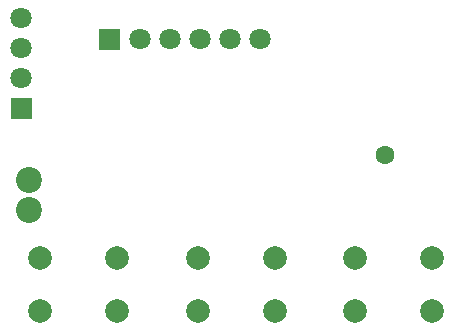
<source format=gbr>
%FSLAX34Y34*%
%MOMM*%
%LNSOLDERMASK_TOP*%
G71*
G01*
%ADD10C,1.800*%
%ADD11C,2.000*%
%ADD12C,1.600*%
%ADD13C,2.200*%
%LPD*%
G36*
X60850Y202006D02*
X78850Y202006D01*
X78850Y184006D01*
X60850Y184006D01*
X60850Y202006D01*
G37*
X69849Y218406D02*
G54D10*
D03*
X69850Y243806D02*
G54D10*
D03*
X69850Y269206D02*
G54D10*
D03*
X150748Y66006D02*
G54D11*
D03*
X85724Y66006D02*
G54D11*
D03*
X85724Y20998D02*
G54D11*
D03*
X150748Y20998D02*
G54D11*
D03*
X219074Y66006D02*
G54D11*
D03*
X284098Y66006D02*
G54D11*
D03*
X284098Y20997D02*
G54D11*
D03*
X219075Y20998D02*
G54D11*
D03*
X352424Y66006D02*
G54D11*
D03*
X417448Y66006D02*
G54D11*
D03*
X417448Y20997D02*
G54D11*
D03*
X352425Y20998D02*
G54D11*
D03*
G36*
X135436Y242129D02*
X135436Y260129D01*
X153436Y260129D01*
X153436Y242129D01*
X135436Y242129D01*
G37*
X169835Y251129D02*
G54D10*
D03*
X195235Y251128D02*
G54D10*
D03*
X220635Y251128D02*
G54D10*
D03*
X246035Y251128D02*
G54D10*
D03*
X271435Y251128D02*
G54D10*
D03*
X377928Y153610D02*
G54D12*
D03*
X75998Y132480D02*
G54D13*
D03*
X75997Y107081D02*
G54D13*
D03*
M02*

</source>
